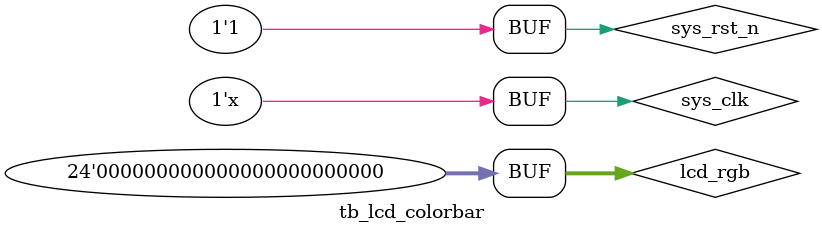
<source format=v>
`timescale 1ns/1ns

module tb_lcd_colorbar ();

reg sys_clk,sys_rst_n;
wire [23:0] lcd_rgb;
assign lcd_rgb = 24'b0;

initial begin
    sys_clk    <= 1'b0;
    sys_rst_n  <= 1'b0;
    #200
    sys_rst_n  <= 1'b1;
end

always #1 sys_clk <= ~sys_clk;


wire lcd_clk;
wire lcd_rst;
wire lcd_bl;
wire lcd_de;
wire lcd_hs;
wire lcd_vs;
lcd_colorbar lcd_colorbar_u(
    .sys_clk   (sys_clk  ),
    .sys_rst_n (sys_rst_n),
    .lcd_rgb   (lcd_rgb  ),
    .lcd_clk   (lcd_clk  ),
    .lcd_rst   (lcd_rst  ),
    .lcd_bl    (lcd_bl   ),
    .lcd_de    (lcd_de   ),
    .lcd_hs    (lcd_hs   ),
    .lcd_vs    (lcd_vs   )
);

    
endmodule
</source>
